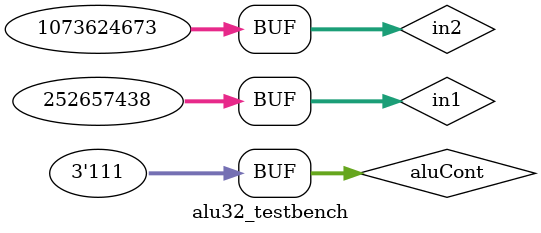
<source format=v>
module alu32_testbench();
	reg [31:0] in1, in2;
	reg [2:0] aluCont;
	wire [31:0] result;
	wire [31:0] compareResult;
	wire zero;
	
	alu32 alu(result, compareResult, zero, in1, in2, aluCont);
	
	initial begin
	in1 = 32'b00000000000000000011000000011111; in2 = 32'b00100000000000000000000000000111; aluCont = 3'b000;  
	#50;
	// and 00000000000000000000000000000111  11  
	in1 = 32'b00000000000000000011000000011111; in2 = 32'b00100000000000000000000000000111; aluCont = 3'b001;  
	#50;
	// or 00100000000000000011000000011111   11
	in1 = 32'b00000000000000000011000000011111; in2 = 32'b00100000000000000000000000000111; aluCont = 3'b010;  
	#50;
	// xor 00100000000000000011000000011000  11
	in1 = 32'b00000000000000000011000000011111; in2 = 32'b00100000000000000000000000000111; aluCont = 3'b011;  
	#50;
	// add 00100000000000000011000000100110  11
	in1 = 32'b00000000000000000011000000011111; in2 = 32'b00100000000000000000000000000111; aluCont = 3'b111; 
	#50;
	// sub -011111111111111100111111101000  10

	in1 = 32'b11111000011001110101111111011110; in2 = 32'b00101010101111100011011001111111; aluCont = 3'b000;
	#50;
	// and 00101000001001100001011001011110  11
	in1 = 32'b11111000011001110101111111011110; in2 = 32'b00101010101111100011011001111111; aluCont = 3'b001;
	#50;
	// or 111110101111111101111111111111  11
	in1 = 32'b11111000011001110101111111011110; in2 = 32'b00101010101111100011011001111111; aluCont = 3'b010;
	#50;
	// xor 110100101101100101101001101000  11
	in1 = 32'b11111000011001110101111111011110; in2 = 32'b00101010101111100011011001111111; aluCont = 3'b011;
	#50;
	// add 100100011001001011001011001011101  11
	in1 = 32'b11111000011001110101111111011110; in2 = 32'b00101010101111100011011001111111; aluCont = 3'b111;
	#50;
	// sub 11001101101010010010100101011111  11


	in1 = 32'b00001111000011110011111100011110; in2 = 32'b00111111111111100011011001100001; aluCont = 3'b000;
	#50;
	// and 00001111000011100011011000000000  11
	in1 = 32'b00001111000011110011111100011110; in2 = 32'b00111111111111100011011001100001; aluCont = 3'b001;
	#50;
	// or 00111111111111110011111101111111  11
	in1 = 32'b00001111000011110011111100011110; in2 = 32'b00111111111111100011011001100001; aluCont = 3'b010;
	#50;
	// xor 00110000111100010000100101111111  11
	in1 = 32'b00001111000011110011111100011110; in2 = 32'b00111111111111100011011001100001; aluCont = 3'b011;
	#50;
	// add 1001111000011010111010101111111  11
	in1 = 32'b00001111000011110011111100011110; in2 = 32'b00111111111111100011011001100001; aluCont = 3'b111;
	#50;
	// sub -110000111011101111011101000011  10
	end
	 
	 
	initial begin
		$monitor("time = %2d, in1 = %32b, in2= %32b, alucont= %3b, result = %32b, compareResult = %32b, zero = %1b \n" , $time, in1, in2, aluCont, result, compareResult, zero);
	end
	 
 endmodule

</source>
